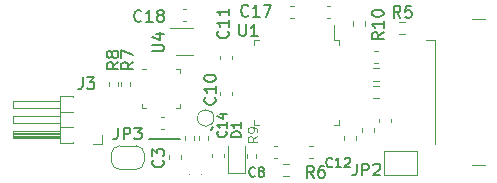
<source format=gbr>
%TF.GenerationSoftware,KiCad,Pcbnew,7.0.7*%
%TF.CreationDate,2023-12-11T16:01:13+01:00*%
%TF.ProjectId,ovrdrive,6f767264-7269-4766-952e-6b696361645f,rev?*%
%TF.SameCoordinates,Original*%
%TF.FileFunction,Legend,Top*%
%TF.FilePolarity,Positive*%
%FSLAX46Y46*%
G04 Gerber Fmt 4.6, Leading zero omitted, Abs format (unit mm)*
G04 Created by KiCad (PCBNEW 7.0.7) date 2023-12-11 16:01:13*
%MOMM*%
%LPD*%
G01*
G04 APERTURE LIST*
%ADD10C,0.150000*%
%ADD11C,0.125000*%
%ADD12C,0.120000*%
%ADD13C,0.100000*%
G04 APERTURE END LIST*
D10*
X116800000Y-108200000D02*
X119400000Y-108200000D01*
X122200000Y-107200000D02*
X122000000Y-107400000D01*
X124562295Y-107990475D02*
X123762295Y-107990475D01*
X123762295Y-107990475D02*
X123762295Y-107799999D01*
X123762295Y-107799999D02*
X123800390Y-107685713D01*
X123800390Y-107685713D02*
X123876580Y-107609523D01*
X123876580Y-107609523D02*
X123952771Y-107571428D01*
X123952771Y-107571428D02*
X124105152Y-107533332D01*
X124105152Y-107533332D02*
X124219438Y-107533332D01*
X124219438Y-107533332D02*
X124371819Y-107571428D01*
X124371819Y-107571428D02*
X124448009Y-107609523D01*
X124448009Y-107609523D02*
X124524200Y-107685713D01*
X124524200Y-107685713D02*
X124562295Y-107799999D01*
X124562295Y-107799999D02*
X124562295Y-107990475D01*
X124562295Y-106771428D02*
X124562295Y-107228571D01*
X124562295Y-106999999D02*
X123762295Y-106999999D01*
X123762295Y-106999999D02*
X123876580Y-107076190D01*
X123876580Y-107076190D02*
X123952771Y-107152380D01*
X123952771Y-107152380D02*
X123990866Y-107228571D01*
X125207142Y-97709580D02*
X125159523Y-97757200D01*
X125159523Y-97757200D02*
X125016666Y-97804819D01*
X125016666Y-97804819D02*
X124921428Y-97804819D01*
X124921428Y-97804819D02*
X124778571Y-97757200D01*
X124778571Y-97757200D02*
X124683333Y-97661961D01*
X124683333Y-97661961D02*
X124635714Y-97566723D01*
X124635714Y-97566723D02*
X124588095Y-97376247D01*
X124588095Y-97376247D02*
X124588095Y-97233390D01*
X124588095Y-97233390D02*
X124635714Y-97042914D01*
X124635714Y-97042914D02*
X124683333Y-96947676D01*
X124683333Y-96947676D02*
X124778571Y-96852438D01*
X124778571Y-96852438D02*
X124921428Y-96804819D01*
X124921428Y-96804819D02*
X125016666Y-96804819D01*
X125016666Y-96804819D02*
X125159523Y-96852438D01*
X125159523Y-96852438D02*
X125207142Y-96900057D01*
X126159523Y-97804819D02*
X125588095Y-97804819D01*
X125873809Y-97804819D02*
X125873809Y-96804819D01*
X125873809Y-96804819D02*
X125778571Y-96947676D01*
X125778571Y-96947676D02*
X125683333Y-97042914D01*
X125683333Y-97042914D02*
X125588095Y-97090533D01*
X126492857Y-96804819D02*
X127159523Y-96804819D01*
X127159523Y-96804819D02*
X126730952Y-97804819D01*
X116157142Y-98159580D02*
X116109523Y-98207200D01*
X116109523Y-98207200D02*
X115966666Y-98254819D01*
X115966666Y-98254819D02*
X115871428Y-98254819D01*
X115871428Y-98254819D02*
X115728571Y-98207200D01*
X115728571Y-98207200D02*
X115633333Y-98111961D01*
X115633333Y-98111961D02*
X115585714Y-98016723D01*
X115585714Y-98016723D02*
X115538095Y-97826247D01*
X115538095Y-97826247D02*
X115538095Y-97683390D01*
X115538095Y-97683390D02*
X115585714Y-97492914D01*
X115585714Y-97492914D02*
X115633333Y-97397676D01*
X115633333Y-97397676D02*
X115728571Y-97302438D01*
X115728571Y-97302438D02*
X115871428Y-97254819D01*
X115871428Y-97254819D02*
X115966666Y-97254819D01*
X115966666Y-97254819D02*
X116109523Y-97302438D01*
X116109523Y-97302438D02*
X116157142Y-97350057D01*
X117109523Y-98254819D02*
X116538095Y-98254819D01*
X116823809Y-98254819D02*
X116823809Y-97254819D01*
X116823809Y-97254819D02*
X116728571Y-97397676D01*
X116728571Y-97397676D02*
X116633333Y-97492914D01*
X116633333Y-97492914D02*
X116538095Y-97540533D01*
X117680952Y-97683390D02*
X117585714Y-97635771D01*
X117585714Y-97635771D02*
X117538095Y-97588152D01*
X117538095Y-97588152D02*
X117490476Y-97492914D01*
X117490476Y-97492914D02*
X117490476Y-97445295D01*
X117490476Y-97445295D02*
X117538095Y-97350057D01*
X117538095Y-97350057D02*
X117585714Y-97302438D01*
X117585714Y-97302438D02*
X117680952Y-97254819D01*
X117680952Y-97254819D02*
X117871428Y-97254819D01*
X117871428Y-97254819D02*
X117966666Y-97302438D01*
X117966666Y-97302438D02*
X118014285Y-97350057D01*
X118014285Y-97350057D02*
X118061904Y-97445295D01*
X118061904Y-97445295D02*
X118061904Y-97492914D01*
X118061904Y-97492914D02*
X118014285Y-97588152D01*
X118014285Y-97588152D02*
X117966666Y-97635771D01*
X117966666Y-97635771D02*
X117871428Y-97683390D01*
X117871428Y-97683390D02*
X117680952Y-97683390D01*
X117680952Y-97683390D02*
X117585714Y-97731009D01*
X117585714Y-97731009D02*
X117538095Y-97778628D01*
X117538095Y-97778628D02*
X117490476Y-97873866D01*
X117490476Y-97873866D02*
X117490476Y-98064342D01*
X117490476Y-98064342D02*
X117538095Y-98159580D01*
X117538095Y-98159580D02*
X117585714Y-98207200D01*
X117585714Y-98207200D02*
X117680952Y-98254819D01*
X117680952Y-98254819D02*
X117871428Y-98254819D01*
X117871428Y-98254819D02*
X117966666Y-98207200D01*
X117966666Y-98207200D02*
X118014285Y-98159580D01*
X118014285Y-98159580D02*
X118061904Y-98064342D01*
X118061904Y-98064342D02*
X118061904Y-97873866D01*
X118061904Y-97873866D02*
X118014285Y-97778628D01*
X118014285Y-97778628D02*
X117966666Y-97731009D01*
X117966666Y-97731009D02*
X117871428Y-97683390D01*
X138083333Y-97904819D02*
X137750000Y-97428628D01*
X137511905Y-97904819D02*
X137511905Y-96904819D01*
X137511905Y-96904819D02*
X137892857Y-96904819D01*
X137892857Y-96904819D02*
X137988095Y-96952438D01*
X137988095Y-96952438D02*
X138035714Y-97000057D01*
X138035714Y-97000057D02*
X138083333Y-97095295D01*
X138083333Y-97095295D02*
X138083333Y-97238152D01*
X138083333Y-97238152D02*
X138035714Y-97333390D01*
X138035714Y-97333390D02*
X137988095Y-97381009D01*
X137988095Y-97381009D02*
X137892857Y-97428628D01*
X137892857Y-97428628D02*
X137511905Y-97428628D01*
X138988095Y-96904819D02*
X138511905Y-96904819D01*
X138511905Y-96904819D02*
X138464286Y-97381009D01*
X138464286Y-97381009D02*
X138511905Y-97333390D01*
X138511905Y-97333390D02*
X138607143Y-97285771D01*
X138607143Y-97285771D02*
X138845238Y-97285771D01*
X138845238Y-97285771D02*
X138940476Y-97333390D01*
X138940476Y-97333390D02*
X138988095Y-97381009D01*
X138988095Y-97381009D02*
X139035714Y-97476247D01*
X139035714Y-97476247D02*
X139035714Y-97714342D01*
X139035714Y-97714342D02*
X138988095Y-97809580D01*
X138988095Y-97809580D02*
X138940476Y-97857200D01*
X138940476Y-97857200D02*
X138845238Y-97904819D01*
X138845238Y-97904819D02*
X138607143Y-97904819D01*
X138607143Y-97904819D02*
X138511905Y-97857200D01*
X138511905Y-97857200D02*
X138464286Y-97809580D01*
X115454819Y-101666666D02*
X114978628Y-101999999D01*
X115454819Y-102238094D02*
X114454819Y-102238094D01*
X114454819Y-102238094D02*
X114454819Y-101857142D01*
X114454819Y-101857142D02*
X114502438Y-101761904D01*
X114502438Y-101761904D02*
X114550057Y-101714285D01*
X114550057Y-101714285D02*
X114645295Y-101666666D01*
X114645295Y-101666666D02*
X114788152Y-101666666D01*
X114788152Y-101666666D02*
X114883390Y-101714285D01*
X114883390Y-101714285D02*
X114931009Y-101761904D01*
X114931009Y-101761904D02*
X114978628Y-101857142D01*
X114978628Y-101857142D02*
X114978628Y-102238094D01*
X114454819Y-101333332D02*
X114454819Y-100666666D01*
X114454819Y-100666666D02*
X115454819Y-101095237D01*
X114166666Y-107204819D02*
X114166666Y-107919104D01*
X114166666Y-107919104D02*
X114119047Y-108061961D01*
X114119047Y-108061961D02*
X114023809Y-108157200D01*
X114023809Y-108157200D02*
X113880952Y-108204819D01*
X113880952Y-108204819D02*
X113785714Y-108204819D01*
X114642857Y-108204819D02*
X114642857Y-107204819D01*
X114642857Y-107204819D02*
X115023809Y-107204819D01*
X115023809Y-107204819D02*
X115119047Y-107252438D01*
X115119047Y-107252438D02*
X115166666Y-107300057D01*
X115166666Y-107300057D02*
X115214285Y-107395295D01*
X115214285Y-107395295D02*
X115214285Y-107538152D01*
X115214285Y-107538152D02*
X115166666Y-107633390D01*
X115166666Y-107633390D02*
X115119047Y-107681009D01*
X115119047Y-107681009D02*
X115023809Y-107728628D01*
X115023809Y-107728628D02*
X114642857Y-107728628D01*
X115547619Y-107204819D02*
X116166666Y-107204819D01*
X116166666Y-107204819D02*
X115833333Y-107585771D01*
X115833333Y-107585771D02*
X115976190Y-107585771D01*
X115976190Y-107585771D02*
X116071428Y-107633390D01*
X116071428Y-107633390D02*
X116119047Y-107681009D01*
X116119047Y-107681009D02*
X116166666Y-107776247D01*
X116166666Y-107776247D02*
X116166666Y-108014342D01*
X116166666Y-108014342D02*
X116119047Y-108109580D01*
X116119047Y-108109580D02*
X116071428Y-108157200D01*
X116071428Y-108157200D02*
X115976190Y-108204819D01*
X115976190Y-108204819D02*
X115690476Y-108204819D01*
X115690476Y-108204819D02*
X115595238Y-108157200D01*
X115595238Y-108157200D02*
X115547619Y-108109580D01*
X122359580Y-104642857D02*
X122407200Y-104690476D01*
X122407200Y-104690476D02*
X122454819Y-104833333D01*
X122454819Y-104833333D02*
X122454819Y-104928571D01*
X122454819Y-104928571D02*
X122407200Y-105071428D01*
X122407200Y-105071428D02*
X122311961Y-105166666D01*
X122311961Y-105166666D02*
X122216723Y-105214285D01*
X122216723Y-105214285D02*
X122026247Y-105261904D01*
X122026247Y-105261904D02*
X121883390Y-105261904D01*
X121883390Y-105261904D02*
X121692914Y-105214285D01*
X121692914Y-105214285D02*
X121597676Y-105166666D01*
X121597676Y-105166666D02*
X121502438Y-105071428D01*
X121502438Y-105071428D02*
X121454819Y-104928571D01*
X121454819Y-104928571D02*
X121454819Y-104833333D01*
X121454819Y-104833333D02*
X121502438Y-104690476D01*
X121502438Y-104690476D02*
X121550057Y-104642857D01*
X122454819Y-103690476D02*
X122454819Y-104261904D01*
X122454819Y-103976190D02*
X121454819Y-103976190D01*
X121454819Y-103976190D02*
X121597676Y-104071428D01*
X121597676Y-104071428D02*
X121692914Y-104166666D01*
X121692914Y-104166666D02*
X121740533Y-104261904D01*
X121454819Y-103071428D02*
X121454819Y-102976190D01*
X121454819Y-102976190D02*
X121502438Y-102880952D01*
X121502438Y-102880952D02*
X121550057Y-102833333D01*
X121550057Y-102833333D02*
X121645295Y-102785714D01*
X121645295Y-102785714D02*
X121835771Y-102738095D01*
X121835771Y-102738095D02*
X122073866Y-102738095D01*
X122073866Y-102738095D02*
X122264342Y-102785714D01*
X122264342Y-102785714D02*
X122359580Y-102833333D01*
X122359580Y-102833333D02*
X122407200Y-102880952D01*
X122407200Y-102880952D02*
X122454819Y-102976190D01*
X122454819Y-102976190D02*
X122454819Y-103071428D01*
X122454819Y-103071428D02*
X122407200Y-103166666D01*
X122407200Y-103166666D02*
X122359580Y-103214285D01*
X122359580Y-103214285D02*
X122264342Y-103261904D01*
X122264342Y-103261904D02*
X122073866Y-103309523D01*
X122073866Y-103309523D02*
X121835771Y-103309523D01*
X121835771Y-103309523D02*
X121645295Y-103261904D01*
X121645295Y-103261904D02*
X121550057Y-103214285D01*
X121550057Y-103214285D02*
X121502438Y-103166666D01*
X121502438Y-103166666D02*
X121454819Y-103071428D01*
X117054819Y-100761904D02*
X117864342Y-100761904D01*
X117864342Y-100761904D02*
X117959580Y-100714285D01*
X117959580Y-100714285D02*
X118007200Y-100666666D01*
X118007200Y-100666666D02*
X118054819Y-100571428D01*
X118054819Y-100571428D02*
X118054819Y-100380952D01*
X118054819Y-100380952D02*
X118007200Y-100285714D01*
X118007200Y-100285714D02*
X117959580Y-100238095D01*
X117959580Y-100238095D02*
X117864342Y-100190476D01*
X117864342Y-100190476D02*
X117054819Y-100190476D01*
X117388152Y-99285714D02*
X118054819Y-99285714D01*
X117007200Y-99523809D02*
X117721485Y-99761904D01*
X117721485Y-99761904D02*
X117721485Y-99142857D01*
X111166666Y-102954819D02*
X111166666Y-103669104D01*
X111166666Y-103669104D02*
X111119047Y-103811961D01*
X111119047Y-103811961D02*
X111023809Y-103907200D01*
X111023809Y-103907200D02*
X110880952Y-103954819D01*
X110880952Y-103954819D02*
X110785714Y-103954819D01*
X111547619Y-102954819D02*
X112166666Y-102954819D01*
X112166666Y-102954819D02*
X111833333Y-103335771D01*
X111833333Y-103335771D02*
X111976190Y-103335771D01*
X111976190Y-103335771D02*
X112071428Y-103383390D01*
X112071428Y-103383390D02*
X112119047Y-103431009D01*
X112119047Y-103431009D02*
X112166666Y-103526247D01*
X112166666Y-103526247D02*
X112166666Y-103764342D01*
X112166666Y-103764342D02*
X112119047Y-103859580D01*
X112119047Y-103859580D02*
X112071428Y-103907200D01*
X112071428Y-103907200D02*
X111976190Y-103954819D01*
X111976190Y-103954819D02*
X111690476Y-103954819D01*
X111690476Y-103954819D02*
X111595238Y-103907200D01*
X111595238Y-103907200D02*
X111547619Y-103859580D01*
X125766667Y-111286104D02*
X125728571Y-111324200D01*
X125728571Y-111324200D02*
X125614286Y-111362295D01*
X125614286Y-111362295D02*
X125538095Y-111362295D01*
X125538095Y-111362295D02*
X125423809Y-111324200D01*
X125423809Y-111324200D02*
X125347619Y-111248009D01*
X125347619Y-111248009D02*
X125309524Y-111171819D01*
X125309524Y-111171819D02*
X125271428Y-111019438D01*
X125271428Y-111019438D02*
X125271428Y-110905152D01*
X125271428Y-110905152D02*
X125309524Y-110752771D01*
X125309524Y-110752771D02*
X125347619Y-110676580D01*
X125347619Y-110676580D02*
X125423809Y-110600390D01*
X125423809Y-110600390D02*
X125538095Y-110562295D01*
X125538095Y-110562295D02*
X125614286Y-110562295D01*
X125614286Y-110562295D02*
X125728571Y-110600390D01*
X125728571Y-110600390D02*
X125766667Y-110638485D01*
X126223809Y-110905152D02*
X126147619Y-110867057D01*
X126147619Y-110867057D02*
X126109524Y-110828961D01*
X126109524Y-110828961D02*
X126071428Y-110752771D01*
X126071428Y-110752771D02*
X126071428Y-110714676D01*
X126071428Y-110714676D02*
X126109524Y-110638485D01*
X126109524Y-110638485D02*
X126147619Y-110600390D01*
X126147619Y-110600390D02*
X126223809Y-110562295D01*
X126223809Y-110562295D02*
X126376190Y-110562295D01*
X126376190Y-110562295D02*
X126452381Y-110600390D01*
X126452381Y-110600390D02*
X126490476Y-110638485D01*
X126490476Y-110638485D02*
X126528571Y-110714676D01*
X126528571Y-110714676D02*
X126528571Y-110752771D01*
X126528571Y-110752771D02*
X126490476Y-110828961D01*
X126490476Y-110828961D02*
X126452381Y-110867057D01*
X126452381Y-110867057D02*
X126376190Y-110905152D01*
X126376190Y-110905152D02*
X126223809Y-110905152D01*
X126223809Y-110905152D02*
X126147619Y-110943247D01*
X126147619Y-110943247D02*
X126109524Y-110981342D01*
X126109524Y-110981342D02*
X126071428Y-111057533D01*
X126071428Y-111057533D02*
X126071428Y-111209914D01*
X126071428Y-111209914D02*
X126109524Y-111286104D01*
X126109524Y-111286104D02*
X126147619Y-111324200D01*
X126147619Y-111324200D02*
X126223809Y-111362295D01*
X126223809Y-111362295D02*
X126376190Y-111362295D01*
X126376190Y-111362295D02*
X126452381Y-111324200D01*
X126452381Y-111324200D02*
X126490476Y-111286104D01*
X126490476Y-111286104D02*
X126528571Y-111209914D01*
X126528571Y-111209914D02*
X126528571Y-111057533D01*
X126528571Y-111057533D02*
X126490476Y-110981342D01*
X126490476Y-110981342D02*
X126452381Y-110943247D01*
X126452381Y-110943247D02*
X126376190Y-110905152D01*
X117959580Y-109966666D02*
X118007200Y-110014285D01*
X118007200Y-110014285D02*
X118054819Y-110157142D01*
X118054819Y-110157142D02*
X118054819Y-110252380D01*
X118054819Y-110252380D02*
X118007200Y-110395237D01*
X118007200Y-110395237D02*
X117911961Y-110490475D01*
X117911961Y-110490475D02*
X117816723Y-110538094D01*
X117816723Y-110538094D02*
X117626247Y-110585713D01*
X117626247Y-110585713D02*
X117483390Y-110585713D01*
X117483390Y-110585713D02*
X117292914Y-110538094D01*
X117292914Y-110538094D02*
X117197676Y-110490475D01*
X117197676Y-110490475D02*
X117102438Y-110395237D01*
X117102438Y-110395237D02*
X117054819Y-110252380D01*
X117054819Y-110252380D02*
X117054819Y-110157142D01*
X117054819Y-110157142D02*
X117102438Y-110014285D01*
X117102438Y-110014285D02*
X117150057Y-109966666D01*
X117054819Y-109633332D02*
X117054819Y-109014285D01*
X117054819Y-109014285D02*
X117435771Y-109347618D01*
X117435771Y-109347618D02*
X117435771Y-109204761D01*
X117435771Y-109204761D02*
X117483390Y-109109523D01*
X117483390Y-109109523D02*
X117531009Y-109061904D01*
X117531009Y-109061904D02*
X117626247Y-109014285D01*
X117626247Y-109014285D02*
X117864342Y-109014285D01*
X117864342Y-109014285D02*
X117959580Y-109061904D01*
X117959580Y-109061904D02*
X118007200Y-109109523D01*
X118007200Y-109109523D02*
X118054819Y-109204761D01*
X118054819Y-109204761D02*
X118054819Y-109490475D01*
X118054819Y-109490475D02*
X118007200Y-109585713D01*
X118007200Y-109585713D02*
X117959580Y-109633332D01*
X134366666Y-110254819D02*
X134366666Y-110969104D01*
X134366666Y-110969104D02*
X134319047Y-111111961D01*
X134319047Y-111111961D02*
X134223809Y-111207200D01*
X134223809Y-111207200D02*
X134080952Y-111254819D01*
X134080952Y-111254819D02*
X133985714Y-111254819D01*
X134842857Y-111254819D02*
X134842857Y-110254819D01*
X134842857Y-110254819D02*
X135223809Y-110254819D01*
X135223809Y-110254819D02*
X135319047Y-110302438D01*
X135319047Y-110302438D02*
X135366666Y-110350057D01*
X135366666Y-110350057D02*
X135414285Y-110445295D01*
X135414285Y-110445295D02*
X135414285Y-110588152D01*
X135414285Y-110588152D02*
X135366666Y-110683390D01*
X135366666Y-110683390D02*
X135319047Y-110731009D01*
X135319047Y-110731009D02*
X135223809Y-110778628D01*
X135223809Y-110778628D02*
X134842857Y-110778628D01*
X135795238Y-110350057D02*
X135842857Y-110302438D01*
X135842857Y-110302438D02*
X135938095Y-110254819D01*
X135938095Y-110254819D02*
X136176190Y-110254819D01*
X136176190Y-110254819D02*
X136271428Y-110302438D01*
X136271428Y-110302438D02*
X136319047Y-110350057D01*
X136319047Y-110350057D02*
X136366666Y-110445295D01*
X136366666Y-110445295D02*
X136366666Y-110540533D01*
X136366666Y-110540533D02*
X136319047Y-110683390D01*
X136319047Y-110683390D02*
X135747619Y-111254819D01*
X135747619Y-111254819D02*
X136366666Y-111254819D01*
D11*
X125963595Y-107933332D02*
X125582642Y-108199999D01*
X125963595Y-108390475D02*
X125163595Y-108390475D01*
X125163595Y-108390475D02*
X125163595Y-108085713D01*
X125163595Y-108085713D02*
X125201690Y-108009523D01*
X125201690Y-108009523D02*
X125239785Y-107971428D01*
X125239785Y-107971428D02*
X125315976Y-107933332D01*
X125315976Y-107933332D02*
X125430261Y-107933332D01*
X125430261Y-107933332D02*
X125506452Y-107971428D01*
X125506452Y-107971428D02*
X125544547Y-108009523D01*
X125544547Y-108009523D02*
X125582642Y-108085713D01*
X125582642Y-108085713D02*
X125582642Y-108390475D01*
X125963595Y-107552380D02*
X125963595Y-107399999D01*
X125963595Y-107399999D02*
X125925500Y-107323809D01*
X125925500Y-107323809D02*
X125887404Y-107285713D01*
X125887404Y-107285713D02*
X125773119Y-107209523D01*
X125773119Y-107209523D02*
X125620738Y-107171428D01*
X125620738Y-107171428D02*
X125315976Y-107171428D01*
X125315976Y-107171428D02*
X125239785Y-107209523D01*
X125239785Y-107209523D02*
X125201690Y-107247618D01*
X125201690Y-107247618D02*
X125163595Y-107323809D01*
X125163595Y-107323809D02*
X125163595Y-107476190D01*
X125163595Y-107476190D02*
X125201690Y-107552380D01*
X125201690Y-107552380D02*
X125239785Y-107590475D01*
X125239785Y-107590475D02*
X125315976Y-107628571D01*
X125315976Y-107628571D02*
X125506452Y-107628571D01*
X125506452Y-107628571D02*
X125582642Y-107590475D01*
X125582642Y-107590475D02*
X125620738Y-107552380D01*
X125620738Y-107552380D02*
X125658833Y-107476190D01*
X125658833Y-107476190D02*
X125658833Y-107323809D01*
X125658833Y-107323809D02*
X125620738Y-107247618D01*
X125620738Y-107247618D02*
X125582642Y-107209523D01*
X125582642Y-107209523D02*
X125506452Y-107171428D01*
D10*
X136654819Y-99142857D02*
X136178628Y-99476190D01*
X136654819Y-99714285D02*
X135654819Y-99714285D01*
X135654819Y-99714285D02*
X135654819Y-99333333D01*
X135654819Y-99333333D02*
X135702438Y-99238095D01*
X135702438Y-99238095D02*
X135750057Y-99190476D01*
X135750057Y-99190476D02*
X135845295Y-99142857D01*
X135845295Y-99142857D02*
X135988152Y-99142857D01*
X135988152Y-99142857D02*
X136083390Y-99190476D01*
X136083390Y-99190476D02*
X136131009Y-99238095D01*
X136131009Y-99238095D02*
X136178628Y-99333333D01*
X136178628Y-99333333D02*
X136178628Y-99714285D01*
X136654819Y-98190476D02*
X136654819Y-98761904D01*
X136654819Y-98476190D02*
X135654819Y-98476190D01*
X135654819Y-98476190D02*
X135797676Y-98571428D01*
X135797676Y-98571428D02*
X135892914Y-98666666D01*
X135892914Y-98666666D02*
X135940533Y-98761904D01*
X135654819Y-97571428D02*
X135654819Y-97476190D01*
X135654819Y-97476190D02*
X135702438Y-97380952D01*
X135702438Y-97380952D02*
X135750057Y-97333333D01*
X135750057Y-97333333D02*
X135845295Y-97285714D01*
X135845295Y-97285714D02*
X136035771Y-97238095D01*
X136035771Y-97238095D02*
X136273866Y-97238095D01*
X136273866Y-97238095D02*
X136464342Y-97285714D01*
X136464342Y-97285714D02*
X136559580Y-97333333D01*
X136559580Y-97333333D02*
X136607200Y-97380952D01*
X136607200Y-97380952D02*
X136654819Y-97476190D01*
X136654819Y-97476190D02*
X136654819Y-97571428D01*
X136654819Y-97571428D02*
X136607200Y-97666666D01*
X136607200Y-97666666D02*
X136559580Y-97714285D01*
X136559580Y-97714285D02*
X136464342Y-97761904D01*
X136464342Y-97761904D02*
X136273866Y-97809523D01*
X136273866Y-97809523D02*
X136035771Y-97809523D01*
X136035771Y-97809523D02*
X135845295Y-97761904D01*
X135845295Y-97761904D02*
X135750057Y-97714285D01*
X135750057Y-97714285D02*
X135702438Y-97666666D01*
X135702438Y-97666666D02*
X135654819Y-97571428D01*
X123286104Y-107514285D02*
X123324200Y-107552381D01*
X123324200Y-107552381D02*
X123362295Y-107666666D01*
X123362295Y-107666666D02*
X123362295Y-107742857D01*
X123362295Y-107742857D02*
X123324200Y-107857143D01*
X123324200Y-107857143D02*
X123248009Y-107933333D01*
X123248009Y-107933333D02*
X123171819Y-107971428D01*
X123171819Y-107971428D02*
X123019438Y-108009524D01*
X123019438Y-108009524D02*
X122905152Y-108009524D01*
X122905152Y-108009524D02*
X122752771Y-107971428D01*
X122752771Y-107971428D02*
X122676580Y-107933333D01*
X122676580Y-107933333D02*
X122600390Y-107857143D01*
X122600390Y-107857143D02*
X122562295Y-107742857D01*
X122562295Y-107742857D02*
X122562295Y-107666666D01*
X122562295Y-107666666D02*
X122600390Y-107552381D01*
X122600390Y-107552381D02*
X122638485Y-107514285D01*
X123362295Y-106752381D02*
X123362295Y-107209524D01*
X123362295Y-106980952D02*
X122562295Y-106980952D01*
X122562295Y-106980952D02*
X122676580Y-107057143D01*
X122676580Y-107057143D02*
X122752771Y-107133333D01*
X122752771Y-107133333D02*
X122790866Y-107209524D01*
X122828961Y-106066666D02*
X123362295Y-106066666D01*
X122524200Y-106257142D02*
X123095628Y-106447619D01*
X123095628Y-106447619D02*
X123095628Y-105952380D01*
X132285714Y-110486104D02*
X132247618Y-110524200D01*
X132247618Y-110524200D02*
X132133333Y-110562295D01*
X132133333Y-110562295D02*
X132057142Y-110562295D01*
X132057142Y-110562295D02*
X131942856Y-110524200D01*
X131942856Y-110524200D02*
X131866666Y-110448009D01*
X131866666Y-110448009D02*
X131828571Y-110371819D01*
X131828571Y-110371819D02*
X131790475Y-110219438D01*
X131790475Y-110219438D02*
X131790475Y-110105152D01*
X131790475Y-110105152D02*
X131828571Y-109952771D01*
X131828571Y-109952771D02*
X131866666Y-109876580D01*
X131866666Y-109876580D02*
X131942856Y-109800390D01*
X131942856Y-109800390D02*
X132057142Y-109762295D01*
X132057142Y-109762295D02*
X132133333Y-109762295D01*
X132133333Y-109762295D02*
X132247618Y-109800390D01*
X132247618Y-109800390D02*
X132285714Y-109838485D01*
X133047618Y-110562295D02*
X132590475Y-110562295D01*
X132819047Y-110562295D02*
X132819047Y-109762295D01*
X132819047Y-109762295D02*
X132742856Y-109876580D01*
X132742856Y-109876580D02*
X132666666Y-109952771D01*
X132666666Y-109952771D02*
X132590475Y-109990866D01*
X133352380Y-109838485D02*
X133390476Y-109800390D01*
X133390476Y-109800390D02*
X133466666Y-109762295D01*
X133466666Y-109762295D02*
X133657142Y-109762295D01*
X133657142Y-109762295D02*
X133733333Y-109800390D01*
X133733333Y-109800390D02*
X133771428Y-109838485D01*
X133771428Y-109838485D02*
X133809523Y-109914676D01*
X133809523Y-109914676D02*
X133809523Y-109990866D01*
X133809523Y-109990866D02*
X133771428Y-110105152D01*
X133771428Y-110105152D02*
X133314285Y-110562295D01*
X133314285Y-110562295D02*
X133809523Y-110562295D01*
X123459580Y-99042857D02*
X123507200Y-99090476D01*
X123507200Y-99090476D02*
X123554819Y-99233333D01*
X123554819Y-99233333D02*
X123554819Y-99328571D01*
X123554819Y-99328571D02*
X123507200Y-99471428D01*
X123507200Y-99471428D02*
X123411961Y-99566666D01*
X123411961Y-99566666D02*
X123316723Y-99614285D01*
X123316723Y-99614285D02*
X123126247Y-99661904D01*
X123126247Y-99661904D02*
X122983390Y-99661904D01*
X122983390Y-99661904D02*
X122792914Y-99614285D01*
X122792914Y-99614285D02*
X122697676Y-99566666D01*
X122697676Y-99566666D02*
X122602438Y-99471428D01*
X122602438Y-99471428D02*
X122554819Y-99328571D01*
X122554819Y-99328571D02*
X122554819Y-99233333D01*
X122554819Y-99233333D02*
X122602438Y-99090476D01*
X122602438Y-99090476D02*
X122650057Y-99042857D01*
X123554819Y-98090476D02*
X123554819Y-98661904D01*
X123554819Y-98376190D02*
X122554819Y-98376190D01*
X122554819Y-98376190D02*
X122697676Y-98471428D01*
X122697676Y-98471428D02*
X122792914Y-98566666D01*
X122792914Y-98566666D02*
X122840533Y-98661904D01*
X123554819Y-97138095D02*
X123554819Y-97709523D01*
X123554819Y-97423809D02*
X122554819Y-97423809D01*
X122554819Y-97423809D02*
X122697676Y-97519047D01*
X122697676Y-97519047D02*
X122792914Y-97614285D01*
X122792914Y-97614285D02*
X122840533Y-97709523D01*
X130733333Y-111454819D02*
X130400000Y-110978628D01*
X130161905Y-111454819D02*
X130161905Y-110454819D01*
X130161905Y-110454819D02*
X130542857Y-110454819D01*
X130542857Y-110454819D02*
X130638095Y-110502438D01*
X130638095Y-110502438D02*
X130685714Y-110550057D01*
X130685714Y-110550057D02*
X130733333Y-110645295D01*
X130733333Y-110645295D02*
X130733333Y-110788152D01*
X130733333Y-110788152D02*
X130685714Y-110883390D01*
X130685714Y-110883390D02*
X130638095Y-110931009D01*
X130638095Y-110931009D02*
X130542857Y-110978628D01*
X130542857Y-110978628D02*
X130161905Y-110978628D01*
X131590476Y-110454819D02*
X131400000Y-110454819D01*
X131400000Y-110454819D02*
X131304762Y-110502438D01*
X131304762Y-110502438D02*
X131257143Y-110550057D01*
X131257143Y-110550057D02*
X131161905Y-110692914D01*
X131161905Y-110692914D02*
X131114286Y-110883390D01*
X131114286Y-110883390D02*
X131114286Y-111264342D01*
X131114286Y-111264342D02*
X131161905Y-111359580D01*
X131161905Y-111359580D02*
X131209524Y-111407200D01*
X131209524Y-111407200D02*
X131304762Y-111454819D01*
X131304762Y-111454819D02*
X131495238Y-111454819D01*
X131495238Y-111454819D02*
X131590476Y-111407200D01*
X131590476Y-111407200D02*
X131638095Y-111359580D01*
X131638095Y-111359580D02*
X131685714Y-111264342D01*
X131685714Y-111264342D02*
X131685714Y-111026247D01*
X131685714Y-111026247D02*
X131638095Y-110931009D01*
X131638095Y-110931009D02*
X131590476Y-110883390D01*
X131590476Y-110883390D02*
X131495238Y-110835771D01*
X131495238Y-110835771D02*
X131304762Y-110835771D01*
X131304762Y-110835771D02*
X131209524Y-110883390D01*
X131209524Y-110883390D02*
X131161905Y-110931009D01*
X131161905Y-110931009D02*
X131114286Y-111026247D01*
X114204819Y-101666666D02*
X113728628Y-101999999D01*
X114204819Y-102238094D02*
X113204819Y-102238094D01*
X113204819Y-102238094D02*
X113204819Y-101857142D01*
X113204819Y-101857142D02*
X113252438Y-101761904D01*
X113252438Y-101761904D02*
X113300057Y-101714285D01*
X113300057Y-101714285D02*
X113395295Y-101666666D01*
X113395295Y-101666666D02*
X113538152Y-101666666D01*
X113538152Y-101666666D02*
X113633390Y-101714285D01*
X113633390Y-101714285D02*
X113681009Y-101761904D01*
X113681009Y-101761904D02*
X113728628Y-101857142D01*
X113728628Y-101857142D02*
X113728628Y-102238094D01*
X113633390Y-101095237D02*
X113585771Y-101190475D01*
X113585771Y-101190475D02*
X113538152Y-101238094D01*
X113538152Y-101238094D02*
X113442914Y-101285713D01*
X113442914Y-101285713D02*
X113395295Y-101285713D01*
X113395295Y-101285713D02*
X113300057Y-101238094D01*
X113300057Y-101238094D02*
X113252438Y-101190475D01*
X113252438Y-101190475D02*
X113204819Y-101095237D01*
X113204819Y-101095237D02*
X113204819Y-100904761D01*
X113204819Y-100904761D02*
X113252438Y-100809523D01*
X113252438Y-100809523D02*
X113300057Y-100761904D01*
X113300057Y-100761904D02*
X113395295Y-100714285D01*
X113395295Y-100714285D02*
X113442914Y-100714285D01*
X113442914Y-100714285D02*
X113538152Y-100761904D01*
X113538152Y-100761904D02*
X113585771Y-100809523D01*
X113585771Y-100809523D02*
X113633390Y-100904761D01*
X113633390Y-100904761D02*
X113633390Y-101095237D01*
X113633390Y-101095237D02*
X113681009Y-101190475D01*
X113681009Y-101190475D02*
X113728628Y-101238094D01*
X113728628Y-101238094D02*
X113823866Y-101285713D01*
X113823866Y-101285713D02*
X114014342Y-101285713D01*
X114014342Y-101285713D02*
X114109580Y-101238094D01*
X114109580Y-101238094D02*
X114157200Y-101190475D01*
X114157200Y-101190475D02*
X114204819Y-101095237D01*
X114204819Y-101095237D02*
X114204819Y-100904761D01*
X114204819Y-100904761D02*
X114157200Y-100809523D01*
X114157200Y-100809523D02*
X114109580Y-100761904D01*
X114109580Y-100761904D02*
X114014342Y-100714285D01*
X114014342Y-100714285D02*
X113823866Y-100714285D01*
X113823866Y-100714285D02*
X113728628Y-100761904D01*
X113728628Y-100761904D02*
X113681009Y-100809523D01*
X113681009Y-100809523D02*
X113633390Y-100904761D01*
X124438095Y-98454819D02*
X124438095Y-99264342D01*
X124438095Y-99264342D02*
X124485714Y-99359580D01*
X124485714Y-99359580D02*
X124533333Y-99407200D01*
X124533333Y-99407200D02*
X124628571Y-99454819D01*
X124628571Y-99454819D02*
X124819047Y-99454819D01*
X124819047Y-99454819D02*
X124914285Y-99407200D01*
X124914285Y-99407200D02*
X124961904Y-99359580D01*
X124961904Y-99359580D02*
X125009523Y-99264342D01*
X125009523Y-99264342D02*
X125009523Y-98454819D01*
X126009523Y-99454819D02*
X125438095Y-99454819D01*
X125723809Y-99454819D02*
X125723809Y-98454819D01*
X125723809Y-98454819D02*
X125628571Y-98597676D01*
X125628571Y-98597676D02*
X125533333Y-98692914D01*
X125533333Y-98692914D02*
X125438095Y-98740533D01*
D12*
%TO.C,D1*%
X123465000Y-111085000D02*
X124935000Y-111085000D01*
X124935000Y-111085000D02*
X124935000Y-108800000D01*
X123465000Y-108800000D02*
X123465000Y-111085000D01*
%TO.C,C17*%
X129040580Y-97910000D02*
X128759420Y-97910000D01*
X129040580Y-96890000D02*
X128759420Y-96890000D01*
D13*
%TO.C,D3*%
X121250000Y-111180000D02*
G75*
G03*
X121250000Y-111180000I-50000J0D01*
G01*
D12*
%TO.C,C7*%
X131859420Y-96890000D02*
X132140580Y-96890000D01*
X131859420Y-97910000D02*
X132140580Y-97910000D01*
%TO.C,C18*%
X119940580Y-98210000D02*
X119659420Y-98210000D01*
X119940580Y-97190000D02*
X119659420Y-97190000D01*
%TO.C,R4*%
X136237258Y-103222500D02*
X135762742Y-103222500D01*
X136237258Y-102177500D02*
X135762742Y-102177500D01*
%TO.C,R5*%
X138462258Y-99322500D02*
X137987742Y-99322500D01*
X138462258Y-98277500D02*
X137987742Y-98277500D01*
%TO.C,C6*%
X135810000Y-107259420D02*
X135810000Y-107540580D01*
X134790000Y-107259420D02*
X134790000Y-107540580D01*
%TO.C,R7*%
X115180000Y-103346359D02*
X115180000Y-103653641D01*
X114420000Y-103346359D02*
X114420000Y-103653641D01*
%TO.C,JP3*%
X116400000Y-109450000D02*
X116400000Y-110050000D01*
X115700000Y-110750000D02*
X114300000Y-110750000D01*
X114300000Y-108750000D02*
X115700000Y-108750000D01*
X113600000Y-110050000D02*
X113600000Y-109450000D01*
X115700000Y-110750000D02*
G75*
G03*
X116400000Y-110050000I1J699999D01*
G01*
X116400000Y-109450000D02*
G75*
G03*
X115700000Y-108750000I-699999J1D01*
G01*
X113600000Y-110050000D02*
G75*
G03*
X114300000Y-110750000I700000J0D01*
G01*
X114300000Y-108750000D02*
G75*
G03*
X113600000Y-109450000I0J-700000D01*
G01*
%TO.C,J1*%
X140980000Y-99800000D02*
X140225000Y-99800000D01*
X140980000Y-99800000D02*
X140980000Y-108600000D01*
X144150000Y-98055000D02*
X145200000Y-98055000D01*
X144150000Y-110345000D02*
X145200000Y-110345000D01*
%TO.C,C10*%
X123810000Y-104159420D02*
X123810000Y-104440580D01*
X122790000Y-104159420D02*
X122790000Y-104440580D01*
%TO.C,U4*%
X119100000Y-101060000D02*
X120500000Y-101060000D01*
X120500000Y-98740000D02*
X118600000Y-98740000D01*
%TO.C,J3*%
X112830000Y-108560000D02*
X112070000Y-108560000D01*
X112830000Y-107800000D02*
X112830000Y-108560000D01*
X110360000Y-108495000D02*
X109240000Y-108495000D01*
X110360000Y-108419677D02*
X110360000Y-108495000D01*
X110360000Y-107180323D02*
X110360000Y-107149677D01*
X110360000Y-107165000D02*
X109240000Y-107165000D01*
X110360000Y-105910323D02*
X110360000Y-105879677D01*
X110360000Y-105895000D02*
X109240000Y-105895000D01*
X110360000Y-104565000D02*
X110360000Y-104640323D01*
X109240000Y-108495000D02*
X109240000Y-104565000D01*
X109240000Y-108060000D02*
X105240000Y-108060000D01*
X109240000Y-108000000D02*
X105240000Y-108000000D01*
X109240000Y-107880000D02*
X105240000Y-107880000D01*
X109240000Y-107760000D02*
X105240000Y-107760000D01*
X109240000Y-107640000D02*
X105240000Y-107640000D01*
X109240000Y-106790000D02*
X105240000Y-106790000D01*
X109240000Y-105520000D02*
X105240000Y-105520000D01*
X109240000Y-104565000D02*
X110360000Y-104565000D01*
X105240000Y-108060000D02*
X105240000Y-107540000D01*
X105240000Y-107540000D02*
X109240000Y-107540000D01*
X105240000Y-106790000D02*
X105240000Y-106270000D01*
X105240000Y-106270000D02*
X109240000Y-106270000D01*
X105240000Y-105520000D02*
X105240000Y-105000000D01*
X105240000Y-105000000D02*
X109240000Y-105000000D01*
%TO.C,C8*%
X127640580Y-109810000D02*
X127359420Y-109810000D01*
X127640580Y-108790000D02*
X127359420Y-108790000D01*
%TO.C,C3*%
X118490000Y-109830580D02*
X118490000Y-109549420D01*
X119510000Y-109830580D02*
X119510000Y-109549420D01*
%TO.C,TP2*%
X122300000Y-106400000D02*
G75*
G03*
X122300000Y-106400000I-700000J0D01*
G01*
D13*
%TO.C,D2*%
X120250000Y-111180000D02*
G75*
G03*
X120250000Y-111180000I-50000J0D01*
G01*
D12*
%TO.C,C9*%
X137310000Y-106459420D02*
X137310000Y-106740580D01*
X136290000Y-106459420D02*
X136290000Y-106740580D01*
%TO.C,JP2*%
X139500000Y-111200000D02*
X136700000Y-111200000D01*
X139500000Y-109200000D02*
X139500000Y-111200000D01*
X136700000Y-111200000D02*
X136700000Y-109200000D01*
X136700000Y-109200000D02*
X139500000Y-109200000D01*
%TO.C,R9*%
X125880000Y-109446359D02*
X125880000Y-109753641D01*
X125120000Y-109446359D02*
X125120000Y-109753641D01*
%TO.C,R3*%
X136237258Y-104722500D02*
X135762742Y-104722500D01*
X136237258Y-103677500D02*
X135762742Y-103677500D01*
%TO.C,R10*%
X135122500Y-98162742D02*
X135122500Y-98637258D01*
X134077500Y-98162742D02*
X134077500Y-98637258D01*
%TO.C,C14*%
X122090000Y-109740580D02*
X122090000Y-109459420D01*
X123110000Y-109740580D02*
X123110000Y-109459420D01*
%TO.C,C4*%
X118065580Y-107310000D02*
X117784420Y-107310000D01*
X118065580Y-106290000D02*
X117784420Y-106290000D01*
%TO.C,C12*%
X130359420Y-108790000D02*
X130640580Y-108790000D01*
X130359420Y-109810000D02*
X130640580Y-109810000D01*
%TO.C,R1*%
X119820000Y-108243641D02*
X119820000Y-107936359D01*
X120580000Y-108243641D02*
X120580000Y-107936359D01*
%TO.C,R2*%
X121020000Y-108243641D02*
X121020000Y-107936359D01*
X121780000Y-108243641D02*
X121780000Y-107936359D01*
%TO.C,U3*%
X116215000Y-105510000D02*
X116215000Y-105185000D01*
X116540000Y-102290000D02*
X116215000Y-102290000D01*
X116540000Y-105510000D02*
X116215000Y-105510000D01*
X119110000Y-102290000D02*
X119435000Y-102290000D01*
X119110000Y-105510000D02*
X119435000Y-105510000D01*
X119435000Y-102290000D02*
X119435000Y-102615000D01*
X119435000Y-105510000D02*
X119435000Y-105185000D01*
%TO.C,C5*%
X134310000Y-107959420D02*
X134310000Y-108240580D01*
X133290000Y-107959420D02*
X133290000Y-108240580D01*
%TO.C,C11*%
X122790000Y-101440580D02*
X122790000Y-101159420D01*
X123810000Y-101440580D02*
X123810000Y-101159420D01*
%TO.C,C13*%
X135859420Y-100690000D02*
X136140580Y-100690000D01*
X135859420Y-101710000D02*
X136140580Y-101710000D01*
%TO.C,R6*%
X128637258Y-111322500D02*
X128162742Y-111322500D01*
X128637258Y-110277500D02*
X128162742Y-110277500D01*
%TO.C,R8*%
X113420000Y-103653641D02*
X113420000Y-103346359D01*
X114180000Y-103653641D02*
X114180000Y-103346359D01*
%TO.C,U1*%
X132910000Y-99790000D02*
X132460000Y-99790000D01*
X132460000Y-99790000D02*
X132460000Y-98500000D01*
X125690000Y-99790000D02*
X126140000Y-99790000D01*
X132910000Y-100240000D02*
X132910000Y-99790000D01*
X125690000Y-100240000D02*
X125690000Y-99790000D01*
X132910000Y-106560000D02*
X132910000Y-107010000D01*
X125690000Y-106560000D02*
X125690000Y-107010000D01*
X132910000Y-107010000D02*
X132460000Y-107010000D01*
X125690000Y-107010000D02*
X126140000Y-107010000D01*
%TD*%
M02*

</source>
